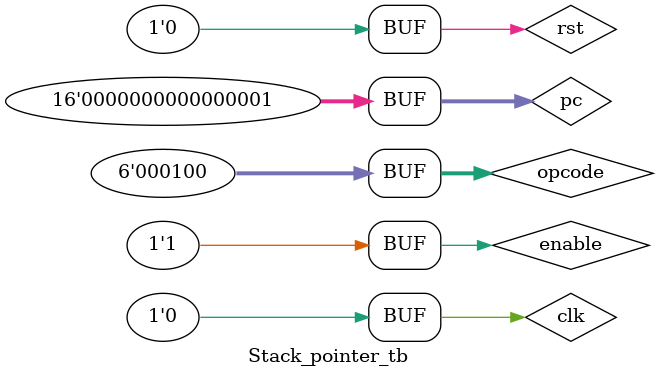
<source format=v>
module Stack_pointer(
input clk,rst,
input enable,
input [5:0] opcode,
input [15:0] pc,
output reg [15:0] sp_out
);

reg [5:0]sp_reg;

always @ (posedge rst, posedge clk)begin
  if(rst) begin
    sp_reg<=16'd0;
end
else begin
  if(enable)begin
    if(opcode&&6'b000101)begin //store
     sp_reg<=pc;
    end else if(opcode&&6'b000100)begin //load
              sp_out<= sp_reg;
             end
  end
end
end
endmodule



/*****Stack_pointer_tb*****/

module Stack_pointer_tb;
reg clk, rst, enable;
reg [5:0] opcode;
reg [15:0] pc;
wire [15:0] sp_out;

Stack_pointer SP( .clk(clk), .rst(rst), .enable(enable), .opcode(opcode), .pc(pc), .sp_out(sp_out));

localparam CLK_PERIOD = 100;
  localparam RUNNING_CYCLES = 10;
  initial begin
    clk = 0;
    repeat (2*RUNNING_CYCLES) #(CLK_PERIOD/2) clk = ~clk;
  end

localparam RST_DURATION = 25;
initial begin
  rst = 1;
  #(RST_DURATION) ;
  rst = 0;
end

initial begin
  enable = 0;
  opcode = 6'b000000;
  pc = 16'h0000;
  end

initial begin
  #(1*CLK_PERIOD) ;
  enable = 1;
  opcode = 6'b000101;
  pc = 16'h0001;
  #(1*CLK_PERIOD) ;
  enable = 1;
  opcode = 6'b000100;
  pc = 16'h0001;
  #(1*CLK_PERIOD) ;
  enable = 1;
  opcode = 6'b000100;
  pc = 16'h0001;
end
endmodule
</source>
